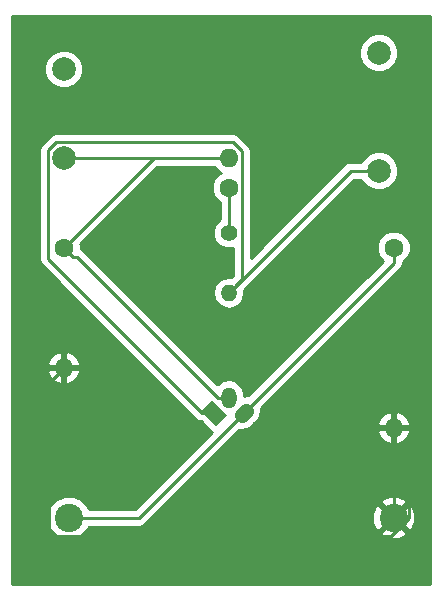
<source format=gbr>
G04 #@! TF.FileFunction,Copper,L1,Top,Signal*
%FSLAX46Y46*%
G04 Gerber Fmt 4.6, Leading zero omitted, Abs format (unit mm)*
G04 Created by KiCad (PCBNEW 4.0.5) date 05/24/17 23:32:45*
%MOMM*%
%LPD*%
G01*
G04 APERTURE LIST*
%ADD10C,0.100000*%
%ADD11C,2.000000*%
%ADD12C,2.400000*%
%ADD13O,1.300000X1.800000*%
%ADD14C,1.300000*%
%ADD15C,1.600000*%
%ADD16O,1.600000X1.600000*%
%ADD17C,1.400000*%
%ADD18O,1.400000X1.400000*%
%ADD19C,0.250000*%
%ADD20C,0.254000*%
G04 APERTURE END LIST*
D10*
D11*
X151130000Y-107950000D03*
X151130000Y-100450000D03*
X177800000Y-99060000D03*
X177800000Y-109060000D03*
D12*
X151570000Y-138430000D03*
X179070000Y-138430000D03*
D13*
X165100000Y-128270000D03*
D10*
G36*
X164006777Y-130636016D02*
X162733984Y-129363223D01*
X163653223Y-128443984D01*
X164926016Y-129716777D01*
X164006777Y-130636016D01*
X164006777Y-130636016D01*
G37*
D14*
X166193223Y-129716777D02*
X166546777Y-129363223D01*
D15*
X165100000Y-110490000D03*
D16*
X165100000Y-107950000D03*
D17*
X165100000Y-114300000D03*
D18*
X165100000Y-119380000D03*
D15*
X151130000Y-115570000D03*
D16*
X151130000Y-125730000D03*
D15*
X179070000Y-115570000D03*
D16*
X179070000Y-130810000D03*
D19*
X165100000Y-128270000D02*
X164200000Y-128270000D01*
X151929999Y-116369999D02*
X151130000Y-115570000D01*
X164200000Y-128270000D02*
X152299999Y-116369999D01*
X152299999Y-116369999D02*
X151929999Y-116369999D01*
X165100000Y-107950000D02*
X158750000Y-107950000D01*
X158750000Y-107950000D02*
X151130000Y-115570000D01*
X165100000Y-107950000D02*
X151130000Y-107950000D01*
X163830000Y-129540000D02*
X162810761Y-129540000D01*
X165799999Y-118680001D02*
X165100000Y-119380000D01*
X162810761Y-129540000D02*
X149804999Y-116534238D01*
X149804999Y-116534238D02*
X149804999Y-107313999D01*
X149804999Y-107313999D02*
X150493999Y-106624999D01*
X166225001Y-107409999D02*
X166225001Y-118254999D01*
X150493999Y-106624999D02*
X165440001Y-106624999D01*
X166225001Y-118254999D02*
X165799999Y-118680001D01*
X165440001Y-106624999D02*
X166225001Y-107409999D01*
X177800000Y-109060000D02*
X175420000Y-109060000D01*
X175420000Y-109060000D02*
X165100000Y-119380000D01*
X179070000Y-115570000D02*
X179070000Y-116840000D01*
X179070000Y-116840000D02*
X166370000Y-129540000D01*
X151570000Y-138430000D02*
X157480000Y-138430000D01*
X157480000Y-138430000D02*
X166370000Y-129540000D01*
X149860000Y-139700000D02*
X149860000Y-127000000D01*
X150115001Y-139955001D02*
X149860000Y-139700000D01*
X180340000Y-138430000D02*
X178814999Y-139955001D01*
X178814999Y-139955001D02*
X150115001Y-139955001D01*
X180340000Y-133350000D02*
X180340000Y-138430000D01*
X179070000Y-132080000D02*
X180340000Y-133350000D01*
X179070000Y-130810000D02*
X179070000Y-132080000D01*
X149860000Y-127000000D02*
X151130000Y-125730000D01*
X179070000Y-138430000D02*
X179070000Y-130810000D01*
X165100000Y-114300000D02*
X165100000Y-110490000D01*
D20*
G36*
X182170000Y-144070000D02*
X146760000Y-144070000D01*
X146760000Y-126079041D01*
X149738086Y-126079041D01*
X149977611Y-126585134D01*
X150392577Y-126961041D01*
X150780961Y-127121904D01*
X151003000Y-126999915D01*
X151003000Y-125857000D01*
X151257000Y-125857000D01*
X151257000Y-126999915D01*
X151479039Y-127121904D01*
X151867423Y-126961041D01*
X152282389Y-126585134D01*
X152521914Y-126079041D01*
X152400629Y-125857000D01*
X151257000Y-125857000D01*
X151003000Y-125857000D01*
X149859371Y-125857000D01*
X149738086Y-126079041D01*
X146760000Y-126079041D01*
X146760000Y-125380959D01*
X149738086Y-125380959D01*
X149859371Y-125603000D01*
X151003000Y-125603000D01*
X151003000Y-124460085D01*
X151257000Y-124460085D01*
X151257000Y-125603000D01*
X152400629Y-125603000D01*
X152521914Y-125380959D01*
X152282389Y-124874866D01*
X151867423Y-124498959D01*
X151479039Y-124338096D01*
X151257000Y-124460085D01*
X151003000Y-124460085D01*
X150780961Y-124338096D01*
X150392577Y-124498959D01*
X149977611Y-124874866D01*
X149738086Y-125380959D01*
X146760000Y-125380959D01*
X146760000Y-107313999D01*
X149044999Y-107313999D01*
X149044999Y-116534238D01*
X149102851Y-116825077D01*
X149267598Y-117071639D01*
X162273360Y-130077401D01*
X162519922Y-130242148D01*
X162741333Y-130286190D01*
X163548968Y-131093825D01*
X163663272Y-131171926D01*
X157165198Y-137670000D01*
X153241448Y-137670000D01*
X153126545Y-137391914D01*
X152610801Y-136875270D01*
X151936605Y-136595319D01*
X151206597Y-136594682D01*
X150531914Y-136873455D01*
X150015270Y-137389199D01*
X149735319Y-138063395D01*
X149734682Y-138793403D01*
X150013455Y-139468086D01*
X150529199Y-139984730D01*
X151203395Y-140264681D01*
X151933403Y-140265318D01*
X152608086Y-139986545D01*
X152867908Y-139727175D01*
X177952430Y-139727175D01*
X178075565Y-140014788D01*
X178757734Y-140274707D01*
X179487443Y-140253786D01*
X180064435Y-140014788D01*
X180187570Y-139727175D01*
X179070000Y-138609605D01*
X177952430Y-139727175D01*
X152867908Y-139727175D01*
X153124730Y-139470801D01*
X153241329Y-139190000D01*
X157480000Y-139190000D01*
X157770839Y-139132148D01*
X158017401Y-138967401D01*
X158867068Y-138117734D01*
X177225293Y-138117734D01*
X177246214Y-138847443D01*
X177485212Y-139424435D01*
X177772825Y-139547570D01*
X178890395Y-138430000D01*
X179249605Y-138430000D01*
X180367175Y-139547570D01*
X180654788Y-139424435D01*
X180914707Y-138742266D01*
X180893786Y-138012557D01*
X180654788Y-137435565D01*
X180367175Y-137312430D01*
X179249605Y-138430000D01*
X178890395Y-138430000D01*
X177772825Y-137312430D01*
X177485212Y-137435565D01*
X177225293Y-138117734D01*
X158867068Y-138117734D01*
X159851977Y-137132825D01*
X177952430Y-137132825D01*
X179070000Y-138250395D01*
X180187570Y-137132825D01*
X180064435Y-136845212D01*
X179382266Y-136585293D01*
X178652557Y-136606214D01*
X178075565Y-136845212D01*
X177952430Y-137132825D01*
X159851977Y-137132825D01*
X165825761Y-131159041D01*
X177678086Y-131159041D01*
X177917611Y-131665134D01*
X178332577Y-132041041D01*
X178720961Y-132201904D01*
X178943000Y-132079915D01*
X178943000Y-130937000D01*
X179197000Y-130937000D01*
X179197000Y-132079915D01*
X179419039Y-132201904D01*
X179807423Y-132041041D01*
X180222389Y-131665134D01*
X180461914Y-131159041D01*
X180340629Y-130937000D01*
X179197000Y-130937000D01*
X178943000Y-130937000D01*
X177799371Y-130937000D01*
X177678086Y-131159041D01*
X165825761Y-131159041D01*
X165996635Y-130988167D01*
X166171959Y-131023041D01*
X166663707Y-130925226D01*
X167080591Y-130646673D01*
X167266305Y-130460959D01*
X177678086Y-130460959D01*
X177799371Y-130683000D01*
X178943000Y-130683000D01*
X178943000Y-129540085D01*
X179197000Y-129540085D01*
X179197000Y-130683000D01*
X180340629Y-130683000D01*
X180461914Y-130460959D01*
X180222389Y-129954866D01*
X179807423Y-129578959D01*
X179419039Y-129418096D01*
X179197000Y-129540085D01*
X178943000Y-129540085D01*
X178720961Y-129418096D01*
X178332577Y-129578959D01*
X177917611Y-129954866D01*
X177678086Y-130460959D01*
X167266305Y-130460959D01*
X167476674Y-130250591D01*
X167755226Y-129833707D01*
X167853041Y-129341959D01*
X167818167Y-129166635D01*
X179607401Y-117377401D01*
X179772148Y-117130840D01*
X179830000Y-116840000D01*
X179830000Y-116808646D01*
X179881800Y-116787243D01*
X180285824Y-116383923D01*
X180504750Y-115856691D01*
X180505248Y-115285813D01*
X180287243Y-114758200D01*
X179883923Y-114354176D01*
X179356691Y-114135250D01*
X178785813Y-114134752D01*
X178258200Y-114352757D01*
X177854176Y-114756077D01*
X177635250Y-115283309D01*
X177634752Y-115854187D01*
X177852757Y-116381800D01*
X178152816Y-116682382D01*
X166743365Y-128091833D01*
X166568041Y-128056959D01*
X166385000Y-128093368D01*
X166385000Y-127989928D01*
X166287185Y-127498180D01*
X166008632Y-127081296D01*
X165591748Y-126802743D01*
X165100000Y-126704928D01*
X164608252Y-126802743D01*
X164191368Y-127081296D01*
X164149203Y-127144401D01*
X152837400Y-115832598D01*
X152590838Y-115667851D01*
X152564919Y-115662695D01*
X152565248Y-115285813D01*
X152542951Y-115231851D01*
X159064802Y-108710000D01*
X163896333Y-108710000D01*
X164085302Y-108992811D01*
X164421710Y-109217592D01*
X164288200Y-109272757D01*
X163884176Y-109676077D01*
X163665250Y-110203309D01*
X163664752Y-110774187D01*
X163882757Y-111301800D01*
X164286077Y-111705824D01*
X164340000Y-111728215D01*
X164340000Y-113172345D01*
X163968902Y-113542796D01*
X163765232Y-114033287D01*
X163764769Y-114564383D01*
X163967582Y-115055229D01*
X164342796Y-115431098D01*
X164833287Y-115634768D01*
X165364383Y-115635231D01*
X165465001Y-115593657D01*
X165465001Y-117940197D01*
X165338843Y-118066355D01*
X165100000Y-118018846D01*
X164589118Y-118120467D01*
X164156012Y-118409858D01*
X163866621Y-118842964D01*
X163765000Y-119353846D01*
X163765000Y-119406154D01*
X163866621Y-119917036D01*
X164156012Y-120350142D01*
X164589118Y-120639533D01*
X165100000Y-120741154D01*
X165610882Y-120639533D01*
X166043988Y-120350142D01*
X166333379Y-119917036D01*
X166435000Y-119406154D01*
X166435000Y-119353846D01*
X166396170Y-119158632D01*
X175734802Y-109820000D01*
X176344953Y-109820000D01*
X176413106Y-109984943D01*
X176872637Y-110445278D01*
X177473352Y-110694716D01*
X178123795Y-110695284D01*
X178724943Y-110446894D01*
X179185278Y-109987363D01*
X179434716Y-109386648D01*
X179435284Y-108736205D01*
X179186894Y-108135057D01*
X178727363Y-107674722D01*
X178126648Y-107425284D01*
X177476205Y-107424716D01*
X176875057Y-107673106D01*
X176414722Y-108132637D01*
X176345227Y-108300000D01*
X175420000Y-108300000D01*
X175129161Y-108357852D01*
X174882599Y-108522599D01*
X166985001Y-116420197D01*
X166985001Y-107409999D01*
X166927149Y-107119160D01*
X166762402Y-106872598D01*
X165977402Y-106087598D01*
X165730840Y-105922851D01*
X165440001Y-105864999D01*
X150493999Y-105864999D01*
X150203160Y-105922851D01*
X149956598Y-106087598D01*
X149267598Y-106776598D01*
X149102851Y-107023160D01*
X149044999Y-107313999D01*
X146760000Y-107313999D01*
X146760000Y-100773795D01*
X149494716Y-100773795D01*
X149743106Y-101374943D01*
X150202637Y-101835278D01*
X150803352Y-102084716D01*
X151453795Y-102085284D01*
X152054943Y-101836894D01*
X152515278Y-101377363D01*
X152764716Y-100776648D01*
X152765284Y-100126205D01*
X152516894Y-99525057D01*
X152375879Y-99383795D01*
X176164716Y-99383795D01*
X176413106Y-99984943D01*
X176872637Y-100445278D01*
X177473352Y-100694716D01*
X178123795Y-100695284D01*
X178724943Y-100446894D01*
X179185278Y-99987363D01*
X179434716Y-99386648D01*
X179435284Y-98736205D01*
X179186894Y-98135057D01*
X178727363Y-97674722D01*
X178126648Y-97425284D01*
X177476205Y-97424716D01*
X176875057Y-97673106D01*
X176414722Y-98132637D01*
X176165284Y-98733352D01*
X176164716Y-99383795D01*
X152375879Y-99383795D01*
X152057363Y-99064722D01*
X151456648Y-98815284D01*
X150806205Y-98814716D01*
X150205057Y-99063106D01*
X149744722Y-99522637D01*
X149495284Y-100123352D01*
X149494716Y-100773795D01*
X146760000Y-100773795D01*
X146760000Y-95960000D01*
X182170000Y-95960000D01*
X182170000Y-144070000D01*
X182170000Y-144070000D01*
G37*
X182170000Y-144070000D02*
X146760000Y-144070000D01*
X146760000Y-126079041D01*
X149738086Y-126079041D01*
X149977611Y-126585134D01*
X150392577Y-126961041D01*
X150780961Y-127121904D01*
X151003000Y-126999915D01*
X151003000Y-125857000D01*
X151257000Y-125857000D01*
X151257000Y-126999915D01*
X151479039Y-127121904D01*
X151867423Y-126961041D01*
X152282389Y-126585134D01*
X152521914Y-126079041D01*
X152400629Y-125857000D01*
X151257000Y-125857000D01*
X151003000Y-125857000D01*
X149859371Y-125857000D01*
X149738086Y-126079041D01*
X146760000Y-126079041D01*
X146760000Y-125380959D01*
X149738086Y-125380959D01*
X149859371Y-125603000D01*
X151003000Y-125603000D01*
X151003000Y-124460085D01*
X151257000Y-124460085D01*
X151257000Y-125603000D01*
X152400629Y-125603000D01*
X152521914Y-125380959D01*
X152282389Y-124874866D01*
X151867423Y-124498959D01*
X151479039Y-124338096D01*
X151257000Y-124460085D01*
X151003000Y-124460085D01*
X150780961Y-124338096D01*
X150392577Y-124498959D01*
X149977611Y-124874866D01*
X149738086Y-125380959D01*
X146760000Y-125380959D01*
X146760000Y-107313999D01*
X149044999Y-107313999D01*
X149044999Y-116534238D01*
X149102851Y-116825077D01*
X149267598Y-117071639D01*
X162273360Y-130077401D01*
X162519922Y-130242148D01*
X162741333Y-130286190D01*
X163548968Y-131093825D01*
X163663272Y-131171926D01*
X157165198Y-137670000D01*
X153241448Y-137670000D01*
X153126545Y-137391914D01*
X152610801Y-136875270D01*
X151936605Y-136595319D01*
X151206597Y-136594682D01*
X150531914Y-136873455D01*
X150015270Y-137389199D01*
X149735319Y-138063395D01*
X149734682Y-138793403D01*
X150013455Y-139468086D01*
X150529199Y-139984730D01*
X151203395Y-140264681D01*
X151933403Y-140265318D01*
X152608086Y-139986545D01*
X152867908Y-139727175D01*
X177952430Y-139727175D01*
X178075565Y-140014788D01*
X178757734Y-140274707D01*
X179487443Y-140253786D01*
X180064435Y-140014788D01*
X180187570Y-139727175D01*
X179070000Y-138609605D01*
X177952430Y-139727175D01*
X152867908Y-139727175D01*
X153124730Y-139470801D01*
X153241329Y-139190000D01*
X157480000Y-139190000D01*
X157770839Y-139132148D01*
X158017401Y-138967401D01*
X158867068Y-138117734D01*
X177225293Y-138117734D01*
X177246214Y-138847443D01*
X177485212Y-139424435D01*
X177772825Y-139547570D01*
X178890395Y-138430000D01*
X179249605Y-138430000D01*
X180367175Y-139547570D01*
X180654788Y-139424435D01*
X180914707Y-138742266D01*
X180893786Y-138012557D01*
X180654788Y-137435565D01*
X180367175Y-137312430D01*
X179249605Y-138430000D01*
X178890395Y-138430000D01*
X177772825Y-137312430D01*
X177485212Y-137435565D01*
X177225293Y-138117734D01*
X158867068Y-138117734D01*
X159851977Y-137132825D01*
X177952430Y-137132825D01*
X179070000Y-138250395D01*
X180187570Y-137132825D01*
X180064435Y-136845212D01*
X179382266Y-136585293D01*
X178652557Y-136606214D01*
X178075565Y-136845212D01*
X177952430Y-137132825D01*
X159851977Y-137132825D01*
X165825761Y-131159041D01*
X177678086Y-131159041D01*
X177917611Y-131665134D01*
X178332577Y-132041041D01*
X178720961Y-132201904D01*
X178943000Y-132079915D01*
X178943000Y-130937000D01*
X179197000Y-130937000D01*
X179197000Y-132079915D01*
X179419039Y-132201904D01*
X179807423Y-132041041D01*
X180222389Y-131665134D01*
X180461914Y-131159041D01*
X180340629Y-130937000D01*
X179197000Y-130937000D01*
X178943000Y-130937000D01*
X177799371Y-130937000D01*
X177678086Y-131159041D01*
X165825761Y-131159041D01*
X165996635Y-130988167D01*
X166171959Y-131023041D01*
X166663707Y-130925226D01*
X167080591Y-130646673D01*
X167266305Y-130460959D01*
X177678086Y-130460959D01*
X177799371Y-130683000D01*
X178943000Y-130683000D01*
X178943000Y-129540085D01*
X179197000Y-129540085D01*
X179197000Y-130683000D01*
X180340629Y-130683000D01*
X180461914Y-130460959D01*
X180222389Y-129954866D01*
X179807423Y-129578959D01*
X179419039Y-129418096D01*
X179197000Y-129540085D01*
X178943000Y-129540085D01*
X178720961Y-129418096D01*
X178332577Y-129578959D01*
X177917611Y-129954866D01*
X177678086Y-130460959D01*
X167266305Y-130460959D01*
X167476674Y-130250591D01*
X167755226Y-129833707D01*
X167853041Y-129341959D01*
X167818167Y-129166635D01*
X179607401Y-117377401D01*
X179772148Y-117130840D01*
X179830000Y-116840000D01*
X179830000Y-116808646D01*
X179881800Y-116787243D01*
X180285824Y-116383923D01*
X180504750Y-115856691D01*
X180505248Y-115285813D01*
X180287243Y-114758200D01*
X179883923Y-114354176D01*
X179356691Y-114135250D01*
X178785813Y-114134752D01*
X178258200Y-114352757D01*
X177854176Y-114756077D01*
X177635250Y-115283309D01*
X177634752Y-115854187D01*
X177852757Y-116381800D01*
X178152816Y-116682382D01*
X166743365Y-128091833D01*
X166568041Y-128056959D01*
X166385000Y-128093368D01*
X166385000Y-127989928D01*
X166287185Y-127498180D01*
X166008632Y-127081296D01*
X165591748Y-126802743D01*
X165100000Y-126704928D01*
X164608252Y-126802743D01*
X164191368Y-127081296D01*
X164149203Y-127144401D01*
X152837400Y-115832598D01*
X152590838Y-115667851D01*
X152564919Y-115662695D01*
X152565248Y-115285813D01*
X152542951Y-115231851D01*
X159064802Y-108710000D01*
X163896333Y-108710000D01*
X164085302Y-108992811D01*
X164421710Y-109217592D01*
X164288200Y-109272757D01*
X163884176Y-109676077D01*
X163665250Y-110203309D01*
X163664752Y-110774187D01*
X163882757Y-111301800D01*
X164286077Y-111705824D01*
X164340000Y-111728215D01*
X164340000Y-113172345D01*
X163968902Y-113542796D01*
X163765232Y-114033287D01*
X163764769Y-114564383D01*
X163967582Y-115055229D01*
X164342796Y-115431098D01*
X164833287Y-115634768D01*
X165364383Y-115635231D01*
X165465001Y-115593657D01*
X165465001Y-117940197D01*
X165338843Y-118066355D01*
X165100000Y-118018846D01*
X164589118Y-118120467D01*
X164156012Y-118409858D01*
X163866621Y-118842964D01*
X163765000Y-119353846D01*
X163765000Y-119406154D01*
X163866621Y-119917036D01*
X164156012Y-120350142D01*
X164589118Y-120639533D01*
X165100000Y-120741154D01*
X165610882Y-120639533D01*
X166043988Y-120350142D01*
X166333379Y-119917036D01*
X166435000Y-119406154D01*
X166435000Y-119353846D01*
X166396170Y-119158632D01*
X175734802Y-109820000D01*
X176344953Y-109820000D01*
X176413106Y-109984943D01*
X176872637Y-110445278D01*
X177473352Y-110694716D01*
X178123795Y-110695284D01*
X178724943Y-110446894D01*
X179185278Y-109987363D01*
X179434716Y-109386648D01*
X179435284Y-108736205D01*
X179186894Y-108135057D01*
X178727363Y-107674722D01*
X178126648Y-107425284D01*
X177476205Y-107424716D01*
X176875057Y-107673106D01*
X176414722Y-108132637D01*
X176345227Y-108300000D01*
X175420000Y-108300000D01*
X175129161Y-108357852D01*
X174882599Y-108522599D01*
X166985001Y-116420197D01*
X166985001Y-107409999D01*
X166927149Y-107119160D01*
X166762402Y-106872598D01*
X165977402Y-106087598D01*
X165730840Y-105922851D01*
X165440001Y-105864999D01*
X150493999Y-105864999D01*
X150203160Y-105922851D01*
X149956598Y-106087598D01*
X149267598Y-106776598D01*
X149102851Y-107023160D01*
X149044999Y-107313999D01*
X146760000Y-107313999D01*
X146760000Y-100773795D01*
X149494716Y-100773795D01*
X149743106Y-101374943D01*
X150202637Y-101835278D01*
X150803352Y-102084716D01*
X151453795Y-102085284D01*
X152054943Y-101836894D01*
X152515278Y-101377363D01*
X152764716Y-100776648D01*
X152765284Y-100126205D01*
X152516894Y-99525057D01*
X152375879Y-99383795D01*
X176164716Y-99383795D01*
X176413106Y-99984943D01*
X176872637Y-100445278D01*
X177473352Y-100694716D01*
X178123795Y-100695284D01*
X178724943Y-100446894D01*
X179185278Y-99987363D01*
X179434716Y-99386648D01*
X179435284Y-98736205D01*
X179186894Y-98135057D01*
X178727363Y-97674722D01*
X178126648Y-97425284D01*
X177476205Y-97424716D01*
X176875057Y-97673106D01*
X176414722Y-98132637D01*
X176165284Y-98733352D01*
X176164716Y-99383795D01*
X152375879Y-99383795D01*
X152057363Y-99064722D01*
X151456648Y-98815284D01*
X150806205Y-98814716D01*
X150205057Y-99063106D01*
X149744722Y-99522637D01*
X149495284Y-100123352D01*
X149494716Y-100773795D01*
X146760000Y-100773795D01*
X146760000Y-95960000D01*
X182170000Y-95960000D01*
X182170000Y-144070000D01*
M02*

</source>
